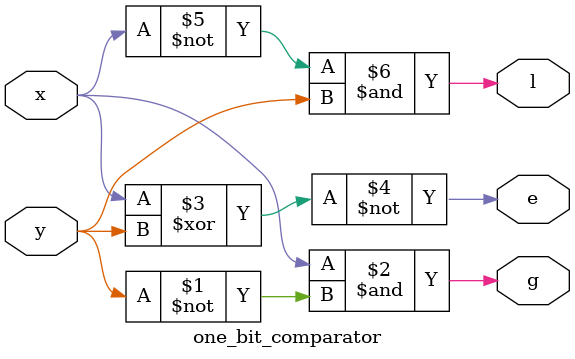
<source format=v>
`timescale 1ns / 1ps
    module one_bit_comparator(g,e,l,x,y);

    input  x,y;
    output g,e,l; 
    
    assign g = x & ~y;
    assign e = ~(x ^ y);
    assign l = ~x & y;

endmodule

</source>
